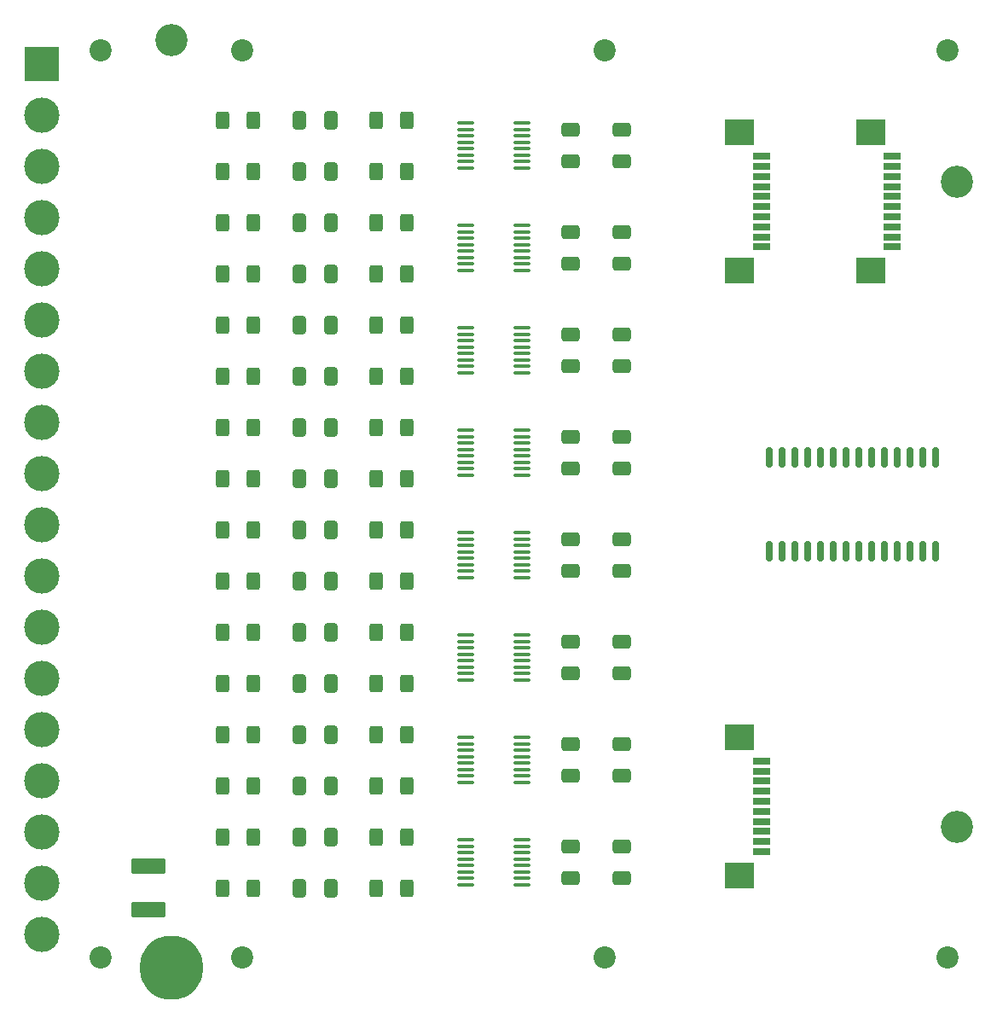
<source format=gbr>
%TF.GenerationSoftware,KiCad,Pcbnew,8.0.3-8.0.3-0~ubuntu22.04.1*%
%TF.CreationDate,2024-10-28T11:08:21+03:00*%
%TF.ProjectId,PM-DI16-DC24sink,504d2d44-4931-4362-9d44-43323473696e,rev?*%
%TF.SameCoordinates,Original*%
%TF.FileFunction,Soldermask,Top*%
%TF.FilePolarity,Negative*%
%FSLAX46Y46*%
G04 Gerber Fmt 4.6, Leading zero omitted, Abs format (unit mm)*
G04 Created by KiCad (PCBNEW 8.0.3-8.0.3-0~ubuntu22.04.1) date 2024-10-28 11:08:21*
%MOMM*%
%LPD*%
G01*
G04 APERTURE LIST*
G04 Aperture macros list*
%AMRoundRect*
0 Rectangle with rounded corners*
0 $1 Rounding radius*
0 $2 $3 $4 $5 $6 $7 $8 $9 X,Y pos of 4 corners*
0 Add a 4 corners polygon primitive as box body*
4,1,4,$2,$3,$4,$5,$6,$7,$8,$9,$2,$3,0*
0 Add four circle primitives for the rounded corners*
1,1,$1+$1,$2,$3*
1,1,$1+$1,$4,$5*
1,1,$1+$1,$6,$7*
1,1,$1+$1,$8,$9*
0 Add four rect primitives between the rounded corners*
20,1,$1+$1,$2,$3,$4,$5,0*
20,1,$1+$1,$4,$5,$6,$7,0*
20,1,$1+$1,$6,$7,$8,$9,0*
20,1,$1+$1,$8,$9,$2,$3,0*%
G04 Aperture macros list end*
%ADD10RoundRect,0.250000X-0.400000X-0.625000X0.400000X-0.625000X0.400000X0.625000X-0.400000X0.625000X0*%
%ADD11RoundRect,0.250000X-0.650000X0.412500X-0.650000X-0.412500X0.650000X-0.412500X0.650000X0.412500X0*%
%ADD12O,1.649999X0.399999*%
%ADD13RoundRect,0.250000X0.412500X0.650000X-0.412500X0.650000X-0.412500X-0.650000X0.412500X-0.650000X0*%
%ADD14R,1.803400X0.635000*%
%ADD15R,2.997200X2.590800*%
%ADD16O,6.350000X6.350000*%
%ADD17R,3.500000X3.500000*%
%ADD18C,3.500000*%
%ADD19C,3.200000*%
%ADD20RoundRect,0.150000X0.150000X-0.875000X0.150000X0.875000X-0.150000X0.875000X-0.150000X-0.875000X0*%
%ADD21RoundRect,0.250000X1.450000X-0.537500X1.450000X0.537500X-1.450000X0.537500X-1.450000X-0.537500X0*%
%ADD22C,2.200000*%
G04 APERTURE END LIST*
D10*
%TO.C,R9*%
X-11710000Y38100000D03*
X-8610000Y38100000D03*
%TD*%
D11*
%TO.C,C12*%
X12700000Y16802500D03*
X12700000Y13677500D03*
%TD*%
D12*
%TO.C,U4*%
X2825001Y13017500D03*
X2825001Y13652500D03*
X2825001Y14287500D03*
X2825001Y14922500D03*
X2825001Y15557500D03*
X2825001Y16192500D03*
X2825001Y16827500D03*
X2825001Y17462500D03*
X-2824998Y17462500D03*
X-2824998Y16827500D03*
X-2824998Y16192500D03*
X-2824998Y15557500D03*
X-2824998Y14922500D03*
X-2824998Y14287500D03*
X-2824998Y13652500D03*
X-2824998Y13017500D03*
%TD*%
D13*
%TO.C,C18*%
X-16217500Y-2540000D03*
X-19342500Y-2540000D03*
%TD*%
D10*
%TO.C,R28*%
X-11710000Y-17780000D03*
X-8610000Y-17780000D03*
%TD*%
%TO.C,R3*%
X-26950000Y27940000D03*
X-23850000Y27940000D03*
%TD*%
D13*
%TO.C,C3*%
X-16217500Y27940000D03*
X-19342500Y27940000D03*
%TD*%
D10*
%TO.C,R24*%
X-26950000Y-38100000D03*
X-23850000Y-38100000D03*
%TD*%
D13*
%TO.C,C7*%
X-16217500Y22860000D03*
X-19342500Y22860000D03*
%TD*%
D10*
%TO.C,R5*%
X-26950000Y17780000D03*
X-23850000Y17780000D03*
%TD*%
D11*
%TO.C,C29*%
X12700000Y-33997500D03*
X12700000Y-37122500D03*
%TD*%
D10*
%TO.C,R29*%
X-11710000Y-22860000D03*
X-8610000Y-22860000D03*
%TD*%
%TO.C,R8*%
X-26950000Y2540000D03*
X-23850000Y2540000D03*
%TD*%
D13*
%TO.C,C22*%
X-16217500Y-7620000D03*
X-19342500Y-7620000D03*
%TD*%
D11*
%TO.C,C28*%
X12700000Y-23837500D03*
X12700000Y-26962500D03*
%TD*%
D13*
%TO.C,C5*%
X-16217500Y7620000D03*
X-19342500Y7620000D03*
%TD*%
D11*
%TO.C,C17*%
X7620000Y6642500D03*
X7620000Y3517500D03*
%TD*%
D13*
%TO.C,C24*%
X-16217500Y-27940000D03*
X-19342500Y-27940000D03*
%TD*%
D10*
%TO.C,R20*%
X-26950000Y-17780000D03*
X-23850000Y-17780000D03*
%TD*%
%TO.C,R16*%
X-11710000Y2540000D03*
X-8610000Y2540000D03*
%TD*%
D14*
%TO.C,J3*%
X26556000Y34499991D03*
X26556000Y33499993D03*
X26556000Y32499995D03*
X26556000Y31499997D03*
X26556000Y30499999D03*
X26556000Y29500001D03*
X26556000Y28500003D03*
X26556000Y27500005D03*
X26556000Y26500007D03*
X26556000Y25500009D03*
D15*
X24385999Y36850002D03*
X24385999Y23149998D03*
%TD*%
D10*
%TO.C,R11*%
X-11710000Y27940000D03*
X-8610000Y27940000D03*
%TD*%
D12*
%TO.C,U8*%
X2825001Y-27622500D03*
X2825001Y-26987500D03*
X2825001Y-26352500D03*
X2825001Y-25717500D03*
X2825001Y-25082500D03*
X2825001Y-24447500D03*
X2825001Y-23812500D03*
X2825001Y-23177500D03*
X-2824998Y-23177500D03*
X-2824998Y-23812500D03*
X-2824998Y-24447500D03*
X-2824998Y-25082500D03*
X-2824998Y-25717500D03*
X-2824998Y-26352500D03*
X-2824998Y-26987500D03*
X-2824998Y-27622500D03*
%TD*%
D11*
%TO.C,C14*%
X7620000Y37122500D03*
X7620000Y33997500D03*
%TD*%
D10*
%TO.C,R1*%
X-26950000Y38100000D03*
X-23850000Y38100000D03*
%TD*%
D13*
%TO.C,C4*%
X-16217500Y17780000D03*
X-19342500Y17780000D03*
%TD*%
%TO.C,C20*%
X-16217500Y-22860000D03*
X-19342500Y-22860000D03*
%TD*%
D16*
%TO.C,PE1*%
X-32000000Y-46000000D03*
%TD*%
D10*
%TO.C,R30*%
X-11710000Y-27940000D03*
X-8610000Y-27940000D03*
%TD*%
D11*
%TO.C,C31*%
X12700000Y-13677500D03*
X12700000Y-16802500D03*
%TD*%
D10*
%TO.C,R18*%
X-26950000Y-7620000D03*
X-23850000Y-7620000D03*
%TD*%
D17*
%TO.C,J1*%
X-44920000Y43650000D03*
D18*
X-44920000Y38570000D03*
X-44920000Y33490000D03*
X-44920000Y28410000D03*
X-44920000Y23330000D03*
X-44920000Y18250000D03*
X-44920000Y13170000D03*
X-44920000Y8090000D03*
X-44920000Y3010000D03*
X-44920000Y-2070000D03*
X-44920000Y-7150000D03*
X-44920000Y-12230000D03*
X-44920000Y-17310000D03*
X-44920000Y-22390000D03*
X-44920000Y-27470000D03*
X-44920000Y-32550000D03*
X-44920000Y-37630000D03*
X-44920000Y-42710000D03*
%TD*%
D13*
%TO.C,C2*%
X-16217500Y38100000D03*
X-19342500Y38100000D03*
%TD*%
D10*
%TO.C,R10*%
X-11710000Y33020000D03*
X-8610000Y33020000D03*
%TD*%
D19*
%TO.C,H1*%
X-32000000Y46000000D03*
%TD*%
D10*
%TO.C,R17*%
X-26950000Y-2540000D03*
X-23850000Y-2540000D03*
%TD*%
D14*
%TO.C,J4*%
X26556000Y-25500009D03*
X26556000Y-26500007D03*
X26556000Y-27500005D03*
X26556000Y-28500003D03*
X26556000Y-29500001D03*
X26556000Y-30499999D03*
X26556000Y-31499997D03*
X26556000Y-32499995D03*
X26556000Y-33499993D03*
X26556000Y-34499991D03*
D15*
X24385999Y-23149998D03*
X24385999Y-36850002D03*
%TD*%
D19*
%TO.C,H3*%
X46000000Y-32000000D03*
%TD*%
D12*
%TO.C,U7*%
X2825001Y-17462500D03*
X2825001Y-16827500D03*
X2825001Y-16192500D03*
X2825001Y-15557500D03*
X2825001Y-14922500D03*
X2825001Y-14287500D03*
X2825001Y-13652500D03*
X2825001Y-13017500D03*
X-2824998Y-13017500D03*
X-2824998Y-13652500D03*
X-2824998Y-14287500D03*
X-2824998Y-14922500D03*
X-2824998Y-15557500D03*
X-2824998Y-16192500D03*
X-2824998Y-16827500D03*
X-2824998Y-17462500D03*
%TD*%
D11*
%TO.C,C13*%
X12700000Y6642500D03*
X12700000Y3517500D03*
%TD*%
D20*
%TO.C,U10*%
X27305000Y-4650000D03*
X28575000Y-4650000D03*
X29845000Y-4650000D03*
X31115000Y-4650000D03*
X32385000Y-4650000D03*
X33655000Y-4650000D03*
X34925000Y-4650000D03*
X36195000Y-4650000D03*
X37465000Y-4650000D03*
X38735000Y-4650000D03*
X40005000Y-4650000D03*
X41275000Y-4650000D03*
X42545000Y-4650000D03*
X43815000Y-4650000D03*
X43815000Y4650000D03*
X42545000Y4650000D03*
X41275000Y4650000D03*
X40005000Y4650000D03*
X38735000Y4650000D03*
X37465000Y4650000D03*
X36195000Y4650000D03*
X34925000Y4650000D03*
X33655000Y4650000D03*
X32385000Y4650000D03*
X31115000Y4650000D03*
X29845000Y4650000D03*
X28575000Y4650000D03*
X27305000Y4650000D03*
%TD*%
D10*
%TO.C,R12*%
X-11710000Y22860000D03*
X-8610000Y22860000D03*
%TD*%
D13*
%TO.C,C8*%
X-16217500Y12700000D03*
X-19342500Y12700000D03*
%TD*%
D10*
%TO.C,R21*%
X-26950000Y-22860000D03*
X-23850000Y-22860000D03*
%TD*%
D13*
%TO.C,C21*%
X-16217500Y-33020000D03*
X-19342500Y-33020000D03*
%TD*%
D10*
%TO.C,R6*%
X-26950000Y12700000D03*
X-23850000Y12700000D03*
%TD*%
%TO.C,R26*%
X-11710000Y-7620000D03*
X-8610000Y-7620000D03*
%TD*%
D11*
%TO.C,C27*%
X7620000Y-13677500D03*
X7620000Y-16802500D03*
%TD*%
D10*
%TO.C,R4*%
X-26950000Y22860000D03*
X-23850000Y22860000D03*
%TD*%
D21*
%TO.C,C1*%
X-34290000Y-40237500D03*
X-34290000Y-35962500D03*
%TD*%
D10*
%TO.C,R2*%
X-26950000Y33020000D03*
X-23850000Y33020000D03*
%TD*%
%TO.C,R7*%
X-26950000Y7620000D03*
X-23850000Y7620000D03*
%TD*%
D22*
%TO.C,U12*%
X-39000000Y45000000D03*
X-39000000Y-45000000D03*
X-25000000Y45000000D03*
X-25000000Y-45000000D03*
%TD*%
D11*
%TO.C,C15*%
X7620000Y26962500D03*
X7620000Y23837500D03*
%TD*%
D13*
%TO.C,C23*%
X-16217500Y-17780000D03*
X-19342500Y-17780000D03*
%TD*%
D10*
%TO.C,R32*%
X-11710000Y-38100000D03*
X-8610000Y-38100000D03*
%TD*%
D13*
%TO.C,C25*%
X-16217500Y-38100000D03*
X-19342500Y-38100000D03*
%TD*%
D11*
%TO.C,C32*%
X7620000Y-23837500D03*
X7620000Y-26962500D03*
%TD*%
%TO.C,C11*%
X12700000Y26962500D03*
X12700000Y23837500D03*
%TD*%
%TO.C,C10*%
X12700000Y37122500D03*
X12700000Y33997500D03*
%TD*%
D12*
%TO.C,U6*%
X2825001Y-7302500D03*
X2825001Y-6667500D03*
X2825001Y-6032500D03*
X2825001Y-5397500D03*
X2825001Y-4762500D03*
X2825001Y-4127500D03*
X2825001Y-3492500D03*
X2825001Y-2857500D03*
X-2824998Y-2857500D03*
X-2824998Y-3492500D03*
X-2824998Y-4127500D03*
X-2824998Y-4762500D03*
X-2824998Y-5397500D03*
X-2824998Y-6032500D03*
X-2824998Y-6667500D03*
X-2824998Y-7302500D03*
%TD*%
D11*
%TO.C,C16*%
X7620000Y16802500D03*
X7620000Y13677500D03*
%TD*%
D10*
%TO.C,R27*%
X-11710000Y-12700000D03*
X-8610000Y-12700000D03*
%TD*%
D13*
%TO.C,C9*%
X-16217500Y2540000D03*
X-19342500Y2540000D03*
%TD*%
D11*
%TO.C,C30*%
X7620000Y-3517500D03*
X7620000Y-6642500D03*
%TD*%
D12*
%TO.C,U3*%
X2825001Y23177500D03*
X2825001Y23812500D03*
X2825001Y24447500D03*
X2825001Y25082500D03*
X2825001Y25717500D03*
X2825001Y26352500D03*
X2825001Y26987500D03*
X2825001Y27622500D03*
X-2824998Y27622500D03*
X-2824998Y26987500D03*
X-2824998Y26352500D03*
X-2824998Y25717500D03*
X-2824998Y25082500D03*
X-2824998Y24447500D03*
X-2824998Y23812500D03*
X-2824998Y23177500D03*
%TD*%
D13*
%TO.C,C6*%
X-16217500Y33020000D03*
X-19342500Y33020000D03*
%TD*%
D10*
%TO.C,R15*%
X-11710000Y7620000D03*
X-8610000Y7620000D03*
%TD*%
D12*
%TO.C,U5*%
X2825001Y2857500D03*
X2825001Y3492500D03*
X2825001Y4127500D03*
X2825001Y4762500D03*
X2825001Y5397500D03*
X2825001Y6032500D03*
X2825001Y6667500D03*
X2825001Y7302500D03*
X-2824998Y7302500D03*
X-2824998Y6667500D03*
X-2824998Y6032500D03*
X-2824998Y5397500D03*
X-2824998Y4762500D03*
X-2824998Y4127500D03*
X-2824998Y3492500D03*
X-2824998Y2857500D03*
%TD*%
%TO.C,U9*%
X2825001Y-37782500D03*
X2825001Y-37147500D03*
X2825001Y-36512500D03*
X2825001Y-35877500D03*
X2825001Y-35242500D03*
X2825001Y-34607500D03*
X2825001Y-33972500D03*
X2825001Y-33337500D03*
X-2824998Y-33337500D03*
X-2824998Y-33972500D03*
X-2824998Y-34607500D03*
X-2824998Y-35242500D03*
X-2824998Y-35877500D03*
X-2824998Y-36512500D03*
X-2824998Y-37147500D03*
X-2824998Y-37782500D03*
%TD*%
%TO.C,U2*%
X2825001Y33337500D03*
X2825001Y33972500D03*
X2825001Y34607500D03*
X2825001Y35242500D03*
X2825001Y35877500D03*
X2825001Y36512500D03*
X2825001Y37147500D03*
X2825001Y37782500D03*
X-2824998Y37782500D03*
X-2824998Y37147500D03*
X-2824998Y36512500D03*
X-2824998Y35877500D03*
X-2824998Y35242500D03*
X-2824998Y34607500D03*
X-2824998Y33972500D03*
X-2824998Y33337500D03*
%TD*%
D14*
%TO.C,J2*%
X39556000Y34499991D03*
X39556000Y33499993D03*
X39556000Y32499995D03*
X39556000Y31499997D03*
X39556000Y30499999D03*
X39556000Y29500001D03*
X39556000Y28500003D03*
X39556000Y27500005D03*
X39556000Y26500007D03*
X39556000Y25500009D03*
D15*
X37385999Y36850002D03*
X37385999Y23149998D03*
%TD*%
D10*
%TO.C,R31*%
X-11710000Y-33020000D03*
X-8610000Y-33020000D03*
%TD*%
D11*
%TO.C,C33*%
X7620000Y-33997500D03*
X7620000Y-37122500D03*
%TD*%
D10*
%TO.C,R13*%
X-11710000Y17780000D03*
X-8610000Y17780000D03*
%TD*%
%TO.C,R25*%
X-11710000Y-2540000D03*
X-8610000Y-2540000D03*
%TD*%
%TO.C,R14*%
X-11710000Y12700000D03*
X-8610000Y12700000D03*
%TD*%
D19*
%TO.C,H2*%
X46000000Y32000000D03*
%TD*%
D11*
%TO.C,C26*%
X12700000Y-3517500D03*
X12700000Y-6642500D03*
%TD*%
D10*
%TO.C,R23*%
X-26950000Y-33020000D03*
X-23850000Y-33020000D03*
%TD*%
%TO.C,R19*%
X-26950000Y-12700000D03*
X-23850000Y-12700000D03*
%TD*%
%TO.C,R22*%
X-26950000Y-27940000D03*
X-23850000Y-27940000D03*
%TD*%
D22*
%TO.C,U1*%
X11000000Y45000000D03*
X11000000Y-45000000D03*
X45000000Y45000000D03*
X45000000Y-45000000D03*
%TD*%
D13*
%TO.C,C19*%
X-16217500Y-12700000D03*
X-19342500Y-12700000D03*
%TD*%
M02*

</source>
